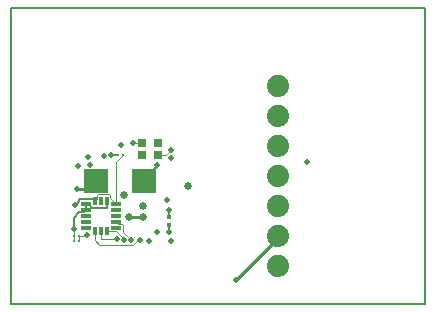
<source format=gbl>
G75*
%MOIN*%
%OFA0B0*%
%FSLAX25Y25*%
%IPPOS*%
%LPD*%
%AMOC8*
5,1,8,0,0,1.08239X$1,22.5*
%
%ADD10C,0.00600*%
%ADD11R,0.03642X0.01181*%
%ADD12R,0.01181X0.03150*%
%ADD13R,0.00984X0.00984*%
%ADD14R,0.01575X0.01378*%
%ADD15R,0.02953X0.02756*%
%ADD16C,0.07400*%
%ADD17R,0.07874X0.07874*%
%ADD18C,0.02000*%
%ADD19C,0.00500*%
%ADD20C,0.02578*%
%ADD21C,0.01000*%
%ADD22C,0.00400*%
D10*
X0001300Y0001300D02*
X0139095Y0001300D01*
X0139095Y0099725D01*
X0001300Y0099725D01*
X0001300Y0001300D01*
X0022101Y0026038D02*
X0022101Y0029981D01*
X0023939Y0031819D01*
X0025372Y0031819D01*
X0026050Y0032497D01*
X0026050Y0034465D01*
X0027078Y0034465D01*
X0028270Y0033273D01*
X0031999Y0033273D01*
X0032009Y0033283D01*
X0033109Y0033283D01*
X0033087Y0033305D01*
X0033087Y0035548D01*
X0029714Y0036112D02*
X0024295Y0036112D01*
X0023529Y0035346D01*
X0023529Y0034933D01*
X0022641Y0034045D01*
X0023202Y0039465D02*
X0023313Y0039576D01*
D11*
X0026050Y0034465D03*
X0026050Y0032497D03*
X0026050Y0030528D03*
X0026050Y0028560D03*
X0026050Y0026591D03*
X0036188Y0026591D03*
X0036188Y0028560D03*
X0036188Y0030528D03*
X0036188Y0032497D03*
X0036188Y0034465D03*
D12*
X0033087Y0035548D03*
X0031119Y0035548D03*
X0029150Y0035548D03*
X0029150Y0025509D03*
X0031119Y0025509D03*
X0033087Y0025509D03*
D13*
X0023901Y0023913D03*
X0023921Y0022149D03*
X0022121Y0022149D03*
X0022101Y0023913D03*
X0036735Y0050891D03*
X0038535Y0050891D03*
D14*
X0053914Y0030087D03*
X0053914Y0027646D03*
D15*
X0050261Y0050863D03*
X0044946Y0050863D03*
X0044946Y0054800D03*
X0050261Y0054800D03*
D16*
X0090260Y0053992D03*
X0090260Y0063992D03*
X0090260Y0073992D03*
X0090260Y0043992D03*
X0090260Y0033992D03*
X0090260Y0023992D03*
X0090260Y0013992D03*
D17*
X0045387Y0042301D03*
X0029639Y0042301D03*
D18*
X0023202Y0039465D03*
X0022641Y0034045D03*
X0022166Y0026103D03*
X0026657Y0024281D03*
X0036548Y0022745D03*
X0038956Y0022577D03*
X0041356Y0022577D03*
X0044078Y0022409D03*
X0047098Y0022334D03*
X0049860Y0025084D03*
X0053981Y0025233D03*
X0054603Y0022223D03*
X0053855Y0032359D03*
X0053135Y0035728D03*
X0049733Y0047496D03*
X0054631Y0049926D03*
X0054450Y0052481D03*
X0041744Y0054787D03*
X0037883Y0054072D03*
X0034603Y0050894D03*
X0032203Y0050574D03*
X0026709Y0050070D03*
X0027497Y0047670D03*
X0023469Y0047224D03*
X0076103Y0009174D03*
X0099725Y0048544D03*
D19*
X0053855Y0032359D02*
X0053855Y0030146D01*
X0053914Y0030087D01*
X0053914Y0027646D02*
X0053914Y0025300D01*
X0053981Y0025233D01*
X0036735Y0050891D02*
X0034607Y0050891D01*
X0034603Y0050894D01*
D20*
X0038816Y0037430D03*
X0045219Y0034002D03*
X0045197Y0030053D03*
X0040386Y0030107D03*
X0060355Y0040670D03*
D21*
X0049733Y0047496D02*
X0045387Y0042708D01*
X0045387Y0042301D01*
X0029639Y0042301D02*
X0026914Y0039576D01*
X0023313Y0039576D01*
X0040386Y0030107D02*
X0045143Y0030107D01*
X0045197Y0030053D01*
X0076103Y0009174D02*
X0090260Y0023331D01*
X0090260Y0023992D01*
D22*
X0054450Y0052481D02*
X0052831Y0050863D01*
X0050261Y0050863D01*
X0044946Y0054800D02*
X0041756Y0054800D01*
X0041744Y0054787D01*
X0038535Y0050891D02*
X0037827Y0050183D01*
X0037827Y0050150D01*
X0036188Y0048511D01*
X0036188Y0034465D01*
X0034278Y0036375D01*
X0034278Y0037371D01*
X0033926Y0037723D01*
X0030280Y0037723D01*
X0029928Y0037371D01*
X0029928Y0036326D01*
X0029714Y0036112D01*
X0029150Y0035548D01*
X0036188Y0028560D02*
X0036966Y0027782D01*
X0038257Y0027782D01*
X0038609Y0027430D01*
X0038609Y0025324D01*
X0041356Y0022577D01*
X0042019Y0020977D02*
X0043450Y0022409D01*
X0044078Y0022409D01*
X0042019Y0020977D02*
X0030650Y0020977D01*
X0029129Y0022498D01*
X0029150Y0022520D01*
X0029150Y0025509D01*
X0031119Y0025509D02*
X0031119Y0023048D01*
X0031363Y0022804D01*
X0036548Y0022745D01*
X0038156Y0023377D02*
X0038156Y0023467D01*
X0036222Y0025401D01*
X0034118Y0025401D01*
X0034011Y0025509D01*
X0033087Y0025509D01*
X0038156Y0023377D02*
X0038956Y0022577D01*
X0026657Y0024281D02*
X0026289Y0023913D01*
X0023901Y0023913D01*
X0023921Y0023892D01*
X0023921Y0022149D01*
X0022121Y0022149D02*
X0022121Y0023892D01*
X0022101Y0023913D01*
X0022101Y0026038D01*
X0022166Y0026103D01*
M02*

</source>
